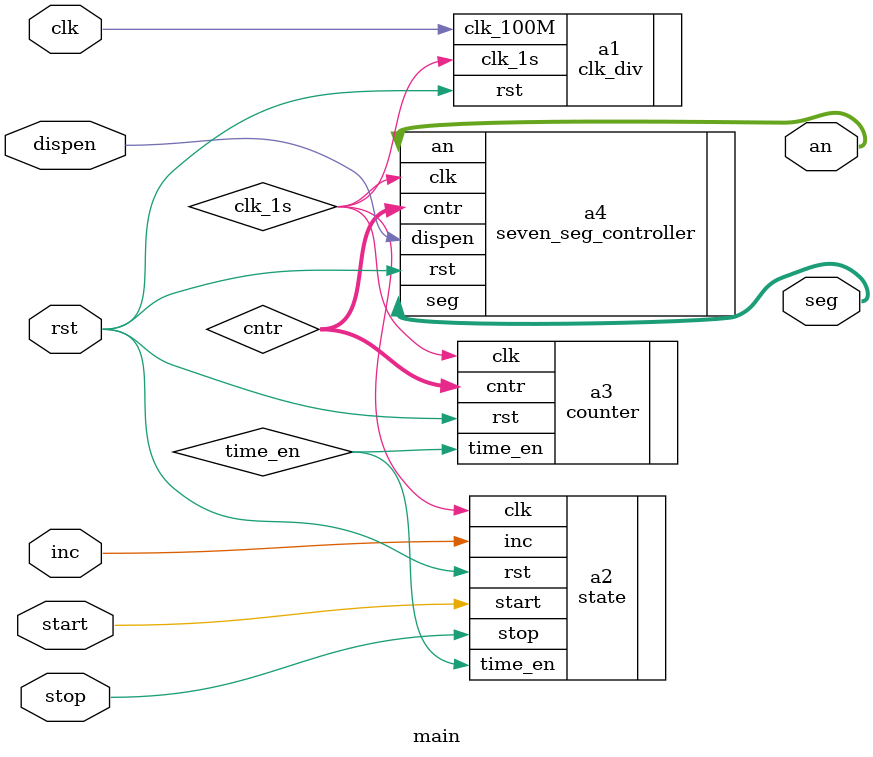
<source format=v>
`timescale 1 ns / 1 ns // timescale for following modules


module main (an, seg, clk, rst, start, stop, inc, dispen);
output   [3:0] 	an; 
output   [7:0] 	seg;
input   				clk; 
input   				rst; 
input   				start; 
input   				stop; 
input   				inc; 
input   				dispen;

// internal signals	
wire    				clk_1s; 
wire    				timer_en; 
wire    [15:0] 	cntr; 
wire    [3:0] 		segdat; 

// ----------------------------------------------------------------------
//  Implementation
// ----------------------------------------------------------------------

clk_div 					a1(.rst(rst),
							.clk_1s(clk_1s),
							.clk_100M(clk));
			 
state   					a2(.rst(rst),
							 .clk(clk_1s),
							 .start(start),
							 .stop(stop),
							 .inc(inc),
							 .time_en(time_en));
			 
			 
counter 		 			a3(.rst(rst),
							 .clk(clk_1s),
							 .time_en(time_en),
							 .cntr(cntr));
			 
			 
seven_seg_controller a4 (.rst(rst),
							 .clk(clk_1s),
							 .dispen(dispen),
							 .cntr(cntr),
							 .seg(seg),
							 .an(an));


endmodule // module main


</source>
